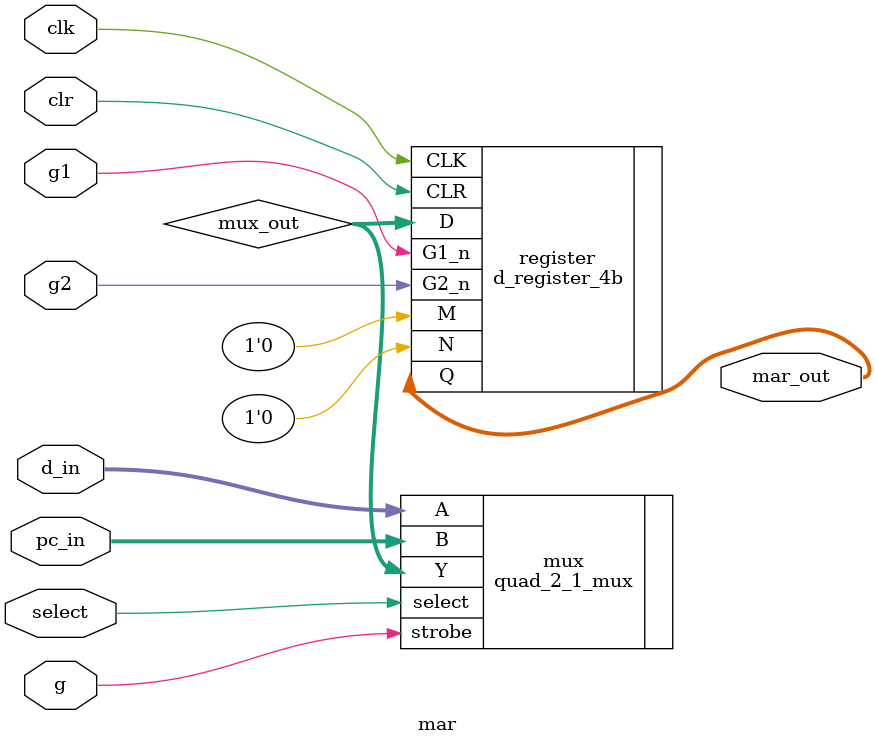
<source format=v>
/*
 * Copyright (c) 2024 WAT.ai Chip Team
 * SPDX-License-Identifier: Apache-2.0
 * Implements Memory Address Register (MAR)
 */

module mar (
 	  input wire [3:0] d_in,    
    input wire [3:0] pc_in,    // 4-bit program counter input
    input wire select,         // Single bit select signal
    input wire clk,            
    input wire clr,            
    input wire g,              // Strobe for the multiplexer (active low)
    input wire g1, g2,         // Enable signals for the register (active low)
    output wire [3:0] mar_out  
);

    wire [3:0] mux_out;  

    quad_2_1_mux mux (
        .select(select),   // Single select bit
      	.strobe(g),           // Strobe (active low)
      	.A(d_in),        // First input to the MUX
        .B(pc_in),     // Second input to the MUX
        .Y(mux_out)      // MUX output
    );

    // Instantiate the 74LS173 register
    d_register_4b register (
    	  .CLK(clk),       // Clock signal
      	.CLR(clr),       // Clear signal
      	.G1_n(g1),       // Enable signal 1 (active low)
      	.G2_n(g2),       // Enable signal 2 (active low)
        .M(1'b0),        // Output enable control
        .N(1'b0),        // Output enable control
        .D(mux_out),     // Data input from the MUX
        .Q(mar_out)      // Register output connected to MAR_out
    );

endmodule
</source>
